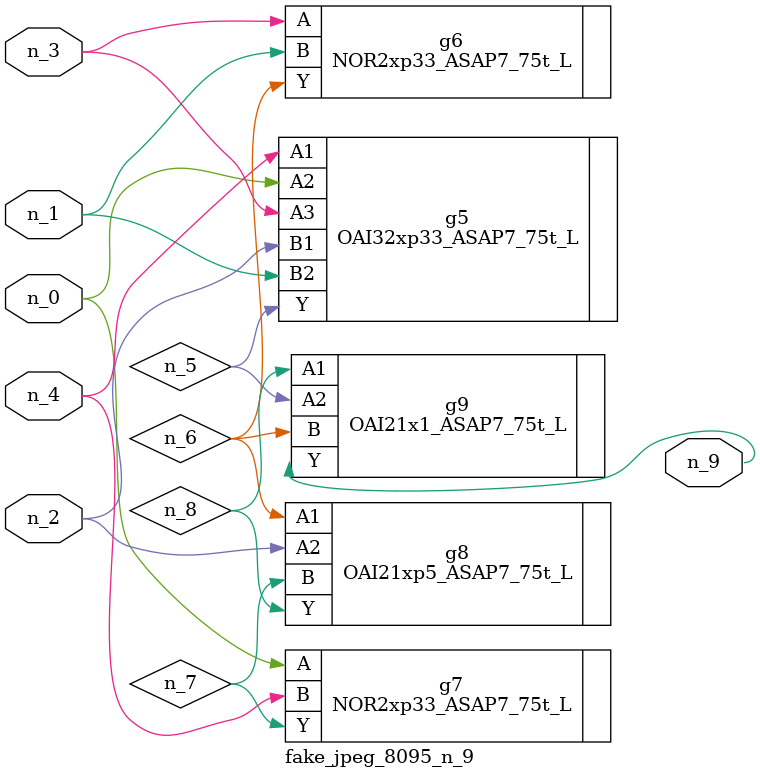
<source format=v>
module fake_jpeg_8095_n_9 (n_3, n_2, n_1, n_0, n_4, n_9);

input n_3;
input n_2;
input n_1;
input n_0;
input n_4;

output n_9;

wire n_8;
wire n_6;
wire n_5;
wire n_7;

OAI32xp33_ASAP7_75t_L g5 ( 
.A1(n_4),
.A2(n_0),
.A3(n_3),
.B1(n_2),
.B2(n_1),
.Y(n_5)
);

NOR2xp33_ASAP7_75t_L g6 ( 
.A(n_3),
.B(n_1),
.Y(n_6)
);

NOR2xp33_ASAP7_75t_L g7 ( 
.A(n_0),
.B(n_4),
.Y(n_7)
);

OAI21xp5_ASAP7_75t_L g8 ( 
.A1(n_6),
.A2(n_2),
.B(n_7),
.Y(n_8)
);

OAI21x1_ASAP7_75t_L g9 ( 
.A1(n_8),
.A2(n_5),
.B(n_6),
.Y(n_9)
);


endmodule
</source>
